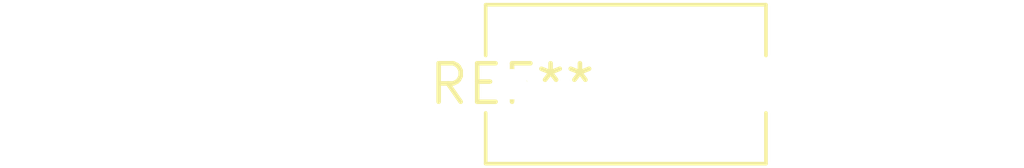
<source format=kicad_pcb>
(kicad_pcb (version 20240108) (generator pcbnew)
  (layers (0 "F.Cu" signal) (31 "B.Cu" signal) (34 "B.Paste" user) (35 "F.Paste" user) (36 "B.SilkS" user "B.Silkscreen") (37 "F.SilkS" user "F.Silkscreen") (38 "B.Mask" user) (39 "F.Mask" user) (44 "Edge.Cuts" user))
  (net 0 "")
  (footprint "C_Disc_D9.0mm_W5.0mm_P7.50mm" (layer "F.Cu") (at 0 0)
    (property "Reference" "REF**")
    (property "Value" "C_Disc_D9.0mm_W5.0mm_P7.50mm")
    (fp_line (start -0.87 -2.62) (end -0.87 -0.946) (layer "F.SilkS") (stroke (width 0.12)))
    (fp_line (start -0.87 -2.62) (end 8.37 -2.62) (layer "F.SilkS") (stroke (width 0.12)))
    (fp_line (start -0.87 0.946) (end -0.87 2.62) (layer "F.SilkS") (stroke (width 0.12)))
    (fp_line (start -0.87 2.62) (end 8.37 2.62) (layer "F.SilkS") (stroke (width 0.12)))
    (fp_line (start 8.37 -2.62) (end 8.37 -0.946) (layer "F.SilkS") (stroke (width 0.12)))
    (fp_line (start 8.37 0.946) (end 8.37 2.62) (layer "F.SilkS") (stroke (width 0.12)))
    (pad "1" thru_hole circle (at 0 0) (size 2 2) (drill 1) (layers *.Cu *.Mask) (remove_unused_layers))
    (pad "2" thru_hole circle (at 7.5 0) (size 2 2) (drill 1) (layers *.Cu *.Mask) (remove_unused_layers))
  )
)
</source>
